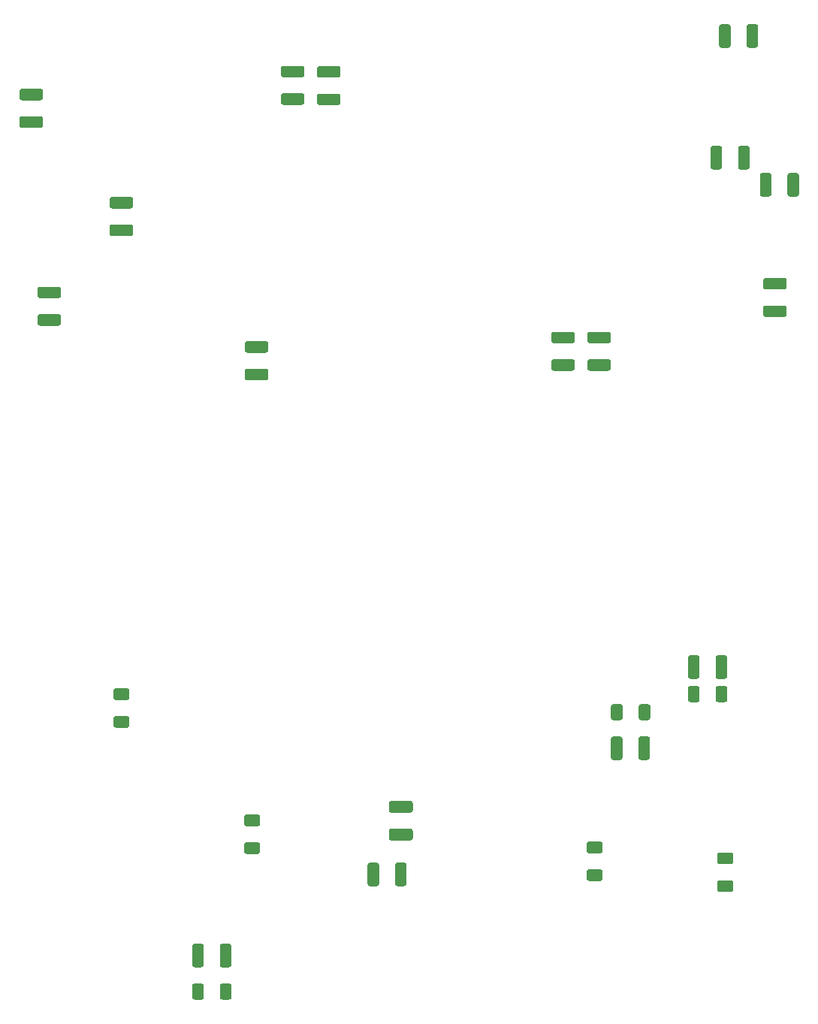
<source format=gbr>
%TF.GenerationSoftware,KiCad,Pcbnew,5.1.10*%
%TF.CreationDate,2021-08-29T20:37:59+02:00*%
%TF.ProjectId,lni-badge,6c6e692d-6261-4646-9765-2e6b69636164,rev?*%
%TF.SameCoordinates,Original*%
%TF.FileFunction,Paste,Bot*%
%TF.FilePolarity,Positive*%
%FSLAX46Y46*%
G04 Gerber Fmt 4.6, Leading zero omitted, Abs format (unit mm)*
G04 Created by KiCad (PCBNEW 5.1.10) date 2021-08-29 20:37:59*
%MOMM*%
%LPD*%
G01*
G04 APERTURE LIST*
G04 APERTURE END LIST*
%TO.C,R9*%
G36*
G01*
X151832999Y-74534000D02*
X153983001Y-74534000D01*
G75*
G02*
X154233000Y-74783999I0J-249999D01*
G01*
X154233000Y-75584001D01*
G75*
G02*
X153983001Y-75834000I-249999J0D01*
G01*
X151832999Y-75834000D01*
G75*
G02*
X151583000Y-75584001I0J249999D01*
G01*
X151583000Y-74783999D01*
G75*
G02*
X151832999Y-74534000I249999J0D01*
G01*
G37*
G36*
G01*
X151832999Y-71434000D02*
X153983001Y-71434000D01*
G75*
G02*
X154233000Y-71683999I0J-249999D01*
G01*
X154233000Y-72484001D01*
G75*
G02*
X153983001Y-72734000I-249999J0D01*
G01*
X151832999Y-72734000D01*
G75*
G02*
X151583000Y-72484001I0J249999D01*
G01*
X151583000Y-71683999D01*
G75*
G02*
X151832999Y-71434000I249999J0D01*
G01*
G37*
%TD*%
%TO.C,C8*%
G36*
G01*
X151749997Y-132002500D02*
X153050003Y-132002500D01*
G75*
G02*
X153300000Y-132252497I0J-249997D01*
G01*
X153300000Y-133077503D01*
G75*
G02*
X153050003Y-133327500I-249997J0D01*
G01*
X151749997Y-133327500D01*
G75*
G02*
X151500000Y-133077503I0J249997D01*
G01*
X151500000Y-132252497D01*
G75*
G02*
X151749997Y-132002500I249997J0D01*
G01*
G37*
G36*
G01*
X151749997Y-128877500D02*
X153050003Y-128877500D01*
G75*
G02*
X153300000Y-129127497I0J-249997D01*
G01*
X153300000Y-129952503D01*
G75*
G02*
X153050003Y-130202500I-249997J0D01*
G01*
X151749997Y-130202500D01*
G75*
G02*
X151500000Y-129952503I0J249997D01*
G01*
X151500000Y-129127497D01*
G75*
G02*
X151749997Y-128877500I249997J0D01*
G01*
G37*
%TD*%
%TO.C,R21*%
G36*
G01*
X171644999Y-68464000D02*
X173795001Y-68464000D01*
G75*
G02*
X174045000Y-68713999I0J-249999D01*
G01*
X174045000Y-69514001D01*
G75*
G02*
X173795001Y-69764000I-249999J0D01*
G01*
X171644999Y-69764000D01*
G75*
G02*
X171395000Y-69514001I0J249999D01*
G01*
X171395000Y-68713999D01*
G75*
G02*
X171644999Y-68464000I249999J0D01*
G01*
G37*
G36*
G01*
X171644999Y-65364000D02*
X173795001Y-65364000D01*
G75*
G02*
X174045000Y-65613999I0J-249999D01*
G01*
X174045000Y-66414001D01*
G75*
G02*
X173795001Y-66664000I-249999J0D01*
G01*
X171644999Y-66664000D01*
G75*
G02*
X171395000Y-66414001I0J249999D01*
G01*
X171395000Y-65613999D01*
G75*
G02*
X171644999Y-65364000I249999J0D01*
G01*
G37*
%TD*%
%TO.C,R19*%
G36*
G01*
X169530000Y-39175001D02*
X169530000Y-37024999D01*
G75*
G02*
X169779999Y-36775000I249999J0D01*
G01*
X170580001Y-36775000D01*
G75*
G02*
X170830000Y-37024999I0J-249999D01*
G01*
X170830000Y-39175001D01*
G75*
G02*
X170580001Y-39425000I-249999J0D01*
G01*
X169779999Y-39425000D01*
G75*
G02*
X169530000Y-39175001I0J249999D01*
G01*
G37*
G36*
G01*
X166430000Y-39175001D02*
X166430000Y-37024999D01*
G75*
G02*
X166679999Y-36775000I249999J0D01*
G01*
X167480001Y-36775000D01*
G75*
G02*
X167730000Y-37024999I0J-249999D01*
G01*
X167730000Y-39175001D01*
G75*
G02*
X167480001Y-39425000I-249999J0D01*
G01*
X166679999Y-39425000D01*
G75*
G02*
X166430000Y-39175001I0J249999D01*
G01*
G37*
%TD*%
%TO.C,R18*%
G36*
G01*
X174128000Y-55939001D02*
X174128000Y-53788999D01*
G75*
G02*
X174377999Y-53539000I249999J0D01*
G01*
X175178001Y-53539000D01*
G75*
G02*
X175428000Y-53788999I0J-249999D01*
G01*
X175428000Y-55939001D01*
G75*
G02*
X175178001Y-56189000I-249999J0D01*
G01*
X174377999Y-56189000D01*
G75*
G02*
X174128000Y-55939001I0J249999D01*
G01*
G37*
G36*
G01*
X171028000Y-55939001D02*
X171028000Y-53788999D01*
G75*
G02*
X171277999Y-53539000I249999J0D01*
G01*
X172078001Y-53539000D01*
G75*
G02*
X172328000Y-53788999I0J-249999D01*
G01*
X172328000Y-55939001D01*
G75*
G02*
X172078001Y-56189000I-249999J0D01*
G01*
X171277999Y-56189000D01*
G75*
G02*
X171028000Y-55939001I0J249999D01*
G01*
G37*
%TD*%
%TO.C,R17*%
G36*
G01*
X117288999Y-44562000D02*
X119439001Y-44562000D01*
G75*
G02*
X119689000Y-44811999I0J-249999D01*
G01*
X119689000Y-45612001D01*
G75*
G02*
X119439001Y-45862000I-249999J0D01*
G01*
X117288999Y-45862000D01*
G75*
G02*
X117039000Y-45612001I0J249999D01*
G01*
X117039000Y-44811999D01*
G75*
G02*
X117288999Y-44562000I249999J0D01*
G01*
G37*
G36*
G01*
X117288999Y-41462000D02*
X119439001Y-41462000D01*
G75*
G02*
X119689000Y-41711999I0J-249999D01*
G01*
X119689000Y-42512001D01*
G75*
G02*
X119439001Y-42762000I-249999J0D01*
G01*
X117288999Y-42762000D01*
G75*
G02*
X117039000Y-42512001I0J249999D01*
G01*
X117039000Y-41711999D01*
G75*
G02*
X117288999Y-41462000I249999J0D01*
G01*
G37*
%TD*%
%TO.C,R16*%
G36*
G01*
X121352999Y-44588000D02*
X123503001Y-44588000D01*
G75*
G02*
X123753000Y-44837999I0J-249999D01*
G01*
X123753000Y-45638001D01*
G75*
G02*
X123503001Y-45888000I-249999J0D01*
G01*
X121352999Y-45888000D01*
G75*
G02*
X121103000Y-45638001I0J249999D01*
G01*
X121103000Y-44837999D01*
G75*
G02*
X121352999Y-44588000I249999J0D01*
G01*
G37*
G36*
G01*
X121352999Y-41488000D02*
X123503001Y-41488000D01*
G75*
G02*
X123753000Y-41737999I0J-249999D01*
G01*
X123753000Y-42538001D01*
G75*
G02*
X123503001Y-42788000I-249999J0D01*
G01*
X121352999Y-42788000D01*
G75*
G02*
X121103000Y-42538001I0J249999D01*
G01*
X121103000Y-41737999D01*
G75*
G02*
X121352999Y-41488000I249999J0D01*
G01*
G37*
%TD*%
%TO.C,R14*%
G36*
G01*
X89856999Y-69454000D02*
X92007001Y-69454000D01*
G75*
G02*
X92257000Y-69703999I0J-249999D01*
G01*
X92257000Y-70504001D01*
G75*
G02*
X92007001Y-70754000I-249999J0D01*
G01*
X89856999Y-70754000D01*
G75*
G02*
X89607000Y-70504001I0J249999D01*
G01*
X89607000Y-69703999D01*
G75*
G02*
X89856999Y-69454000I249999J0D01*
G01*
G37*
G36*
G01*
X89856999Y-66354000D02*
X92007001Y-66354000D01*
G75*
G02*
X92257000Y-66603999I0J-249999D01*
G01*
X92257000Y-67404001D01*
G75*
G02*
X92007001Y-67654000I-249999J0D01*
G01*
X89856999Y-67654000D01*
G75*
G02*
X89607000Y-67404001I0J249999D01*
G01*
X89607000Y-66603999D01*
G75*
G02*
X89856999Y-66354000I249999J0D01*
G01*
G37*
%TD*%
%TO.C,R13*%
G36*
G01*
X166766000Y-50740999D02*
X166766000Y-52891001D01*
G75*
G02*
X166516001Y-53141000I-249999J0D01*
G01*
X165715999Y-53141000D01*
G75*
G02*
X165466000Y-52891001I0J249999D01*
G01*
X165466000Y-50740999D01*
G75*
G02*
X165715999Y-50491000I249999J0D01*
G01*
X166516001Y-50491000D01*
G75*
G02*
X166766000Y-50740999I0J-249999D01*
G01*
G37*
G36*
G01*
X169866000Y-50740999D02*
X169866000Y-52891001D01*
G75*
G02*
X169616001Y-53141000I-249999J0D01*
G01*
X168815999Y-53141000D01*
G75*
G02*
X168566000Y-52891001I0J249999D01*
G01*
X168566000Y-50740999D01*
G75*
G02*
X168815999Y-50491000I249999J0D01*
G01*
X169616001Y-50491000D01*
G75*
G02*
X169866000Y-50740999I0J-249999D01*
G01*
G37*
%TD*%
%TO.C,R11*%
G36*
G01*
X97984999Y-59346000D02*
X100135001Y-59346000D01*
G75*
G02*
X100385000Y-59595999I0J-249999D01*
G01*
X100385000Y-60396001D01*
G75*
G02*
X100135001Y-60646000I-249999J0D01*
G01*
X97984999Y-60646000D01*
G75*
G02*
X97735000Y-60396001I0J249999D01*
G01*
X97735000Y-59595999D01*
G75*
G02*
X97984999Y-59346000I249999J0D01*
G01*
G37*
G36*
G01*
X97984999Y-56246000D02*
X100135001Y-56246000D01*
G75*
G02*
X100385000Y-56495999I0J-249999D01*
G01*
X100385000Y-57296001D01*
G75*
G02*
X100135001Y-57546000I-249999J0D01*
G01*
X97984999Y-57546000D01*
G75*
G02*
X97735000Y-57296001I0J249999D01*
G01*
X97735000Y-56495999D01*
G75*
G02*
X97984999Y-56246000I249999J0D01*
G01*
G37*
%TD*%
%TO.C,R10*%
G36*
G01*
X89975001Y-45354000D02*
X87824999Y-45354000D01*
G75*
G02*
X87575000Y-45104001I0J249999D01*
G01*
X87575000Y-44303999D01*
G75*
G02*
X87824999Y-44054000I249999J0D01*
G01*
X89975001Y-44054000D01*
G75*
G02*
X90225000Y-44303999I0J-249999D01*
G01*
X90225000Y-45104001D01*
G75*
G02*
X89975001Y-45354000I-249999J0D01*
G01*
G37*
G36*
G01*
X89975001Y-48454000D02*
X87824999Y-48454000D01*
G75*
G02*
X87575000Y-48204001I0J249999D01*
G01*
X87575000Y-47403999D01*
G75*
G02*
X87824999Y-47154000I249999J0D01*
G01*
X89975001Y-47154000D01*
G75*
G02*
X90225000Y-47403999I0J-249999D01*
G01*
X90225000Y-48204001D01*
G75*
G02*
X89975001Y-48454000I-249999J0D01*
G01*
G37*
%TD*%
%TO.C,R8*%
G36*
G01*
X147768999Y-74534000D02*
X149919001Y-74534000D01*
G75*
G02*
X150169000Y-74783999I0J-249999D01*
G01*
X150169000Y-75584001D01*
G75*
G02*
X149919001Y-75834000I-249999J0D01*
G01*
X147768999Y-75834000D01*
G75*
G02*
X147519000Y-75584001I0J249999D01*
G01*
X147519000Y-74783999D01*
G75*
G02*
X147768999Y-74534000I249999J0D01*
G01*
G37*
G36*
G01*
X147768999Y-71434000D02*
X149919001Y-71434000D01*
G75*
G02*
X150169000Y-71683999I0J-249999D01*
G01*
X150169000Y-72484001D01*
G75*
G02*
X149919001Y-72734000I-249999J0D01*
G01*
X147768999Y-72734000D01*
G75*
G02*
X147519000Y-72484001I0J249999D01*
G01*
X147519000Y-71683999D01*
G75*
G02*
X147768999Y-71434000I249999J0D01*
G01*
G37*
%TD*%
%TO.C,R7*%
G36*
G01*
X113224999Y-75602000D02*
X115375001Y-75602000D01*
G75*
G02*
X115625000Y-75851999I0J-249999D01*
G01*
X115625000Y-76652001D01*
G75*
G02*
X115375001Y-76902000I-249999J0D01*
G01*
X113224999Y-76902000D01*
G75*
G02*
X112975000Y-76652001I0J249999D01*
G01*
X112975000Y-75851999D01*
G75*
G02*
X113224999Y-75602000I249999J0D01*
G01*
G37*
G36*
G01*
X113224999Y-72502000D02*
X115375001Y-72502000D01*
G75*
G02*
X115625000Y-72751999I0J-249999D01*
G01*
X115625000Y-73552001D01*
G75*
G02*
X115375001Y-73802000I-249999J0D01*
G01*
X113224999Y-73802000D01*
G75*
G02*
X112975000Y-73552001I0J249999D01*
G01*
X112975000Y-72751999D01*
G75*
G02*
X113224999Y-72502000I249999J0D01*
G01*
G37*
%TD*%
%TO.C,R5*%
G36*
G01*
X157338000Y-119439001D02*
X157338000Y-117288999D01*
G75*
G02*
X157587999Y-117039000I249999J0D01*
G01*
X158388001Y-117039000D01*
G75*
G02*
X158638000Y-117288999I0J-249999D01*
G01*
X158638000Y-119439001D01*
G75*
G02*
X158388001Y-119689000I-249999J0D01*
G01*
X157587999Y-119689000D01*
G75*
G02*
X157338000Y-119439001I0J249999D01*
G01*
G37*
G36*
G01*
X154238000Y-119439001D02*
X154238000Y-117288999D01*
G75*
G02*
X154487999Y-117039000I249999J0D01*
G01*
X155288001Y-117039000D01*
G75*
G02*
X155538000Y-117288999I0J-249999D01*
G01*
X155538000Y-119439001D01*
G75*
G02*
X155288001Y-119689000I-249999J0D01*
G01*
X154487999Y-119689000D01*
G75*
G02*
X154238000Y-119439001I0J249999D01*
G01*
G37*
%TD*%
%TO.C,R4*%
G36*
G01*
X166026000Y-110295001D02*
X166026000Y-108144999D01*
G75*
G02*
X166275999Y-107895000I249999J0D01*
G01*
X167076001Y-107895000D01*
G75*
G02*
X167326000Y-108144999I0J-249999D01*
G01*
X167326000Y-110295001D01*
G75*
G02*
X167076001Y-110545000I-249999J0D01*
G01*
X166275999Y-110545000D01*
G75*
G02*
X166026000Y-110295001I0J249999D01*
G01*
G37*
G36*
G01*
X162926000Y-110295001D02*
X162926000Y-108144999D01*
G75*
G02*
X163175999Y-107895000I249999J0D01*
G01*
X163976001Y-107895000D01*
G75*
G02*
X164226000Y-108144999I0J-249999D01*
G01*
X164226000Y-110295001D01*
G75*
G02*
X163976001Y-110545000I-249999J0D01*
G01*
X163175999Y-110545000D01*
G75*
G02*
X162926000Y-110295001I0J249999D01*
G01*
G37*
%TD*%
%TO.C,R2*%
G36*
G01*
X128106000Y-131512999D02*
X128106000Y-133663001D01*
G75*
G02*
X127856001Y-133913000I-249999J0D01*
G01*
X127055999Y-133913000D01*
G75*
G02*
X126806000Y-133663001I0J249999D01*
G01*
X126806000Y-131512999D01*
G75*
G02*
X127055999Y-131263000I249999J0D01*
G01*
X127856001Y-131263000D01*
G75*
G02*
X128106000Y-131512999I0J-249999D01*
G01*
G37*
G36*
G01*
X131206000Y-131512999D02*
X131206000Y-133663001D01*
G75*
G02*
X130956001Y-133913000I-249999J0D01*
G01*
X130155999Y-133913000D01*
G75*
G02*
X129906000Y-133663001I0J249999D01*
G01*
X129906000Y-131512999D01*
G75*
G02*
X130155999Y-131263000I249999J0D01*
G01*
X130956001Y-131263000D01*
G75*
G02*
X131206000Y-131512999I0J-249999D01*
G01*
G37*
%TD*%
%TO.C,R1*%
G36*
G01*
X108346000Y-140656999D02*
X108346000Y-142807001D01*
G75*
G02*
X108096001Y-143057000I-249999J0D01*
G01*
X107295999Y-143057000D01*
G75*
G02*
X107046000Y-142807001I0J249999D01*
G01*
X107046000Y-140656999D01*
G75*
G02*
X107295999Y-140407000I249999J0D01*
G01*
X108096001Y-140407000D01*
G75*
G02*
X108346000Y-140656999I0J-249999D01*
G01*
G37*
G36*
G01*
X111446000Y-140656999D02*
X111446000Y-142807001D01*
G75*
G02*
X111196001Y-143057000I-249999J0D01*
G01*
X110395999Y-143057000D01*
G75*
G02*
X110146000Y-142807001I0J249999D01*
G01*
X110146000Y-140656999D01*
G75*
G02*
X110395999Y-140407000I249999J0D01*
G01*
X111196001Y-140407000D01*
G75*
G02*
X111446000Y-140656999I0J-249999D01*
G01*
G37*
%TD*%
%TO.C,C9*%
G36*
G01*
X167782003Y-131434000D02*
X166481997Y-131434000D01*
G75*
G02*
X166232000Y-131184003I0J249997D01*
G01*
X166232000Y-130358997D01*
G75*
G02*
X166481997Y-130109000I249997J0D01*
G01*
X167782003Y-130109000D01*
G75*
G02*
X168032000Y-130358997I0J-249997D01*
G01*
X168032000Y-131184003D01*
G75*
G02*
X167782003Y-131434000I-249997J0D01*
G01*
G37*
G36*
G01*
X167782003Y-134559000D02*
X166481997Y-134559000D01*
G75*
G02*
X166232000Y-134309003I0J249997D01*
G01*
X166232000Y-133483997D01*
G75*
G02*
X166481997Y-133234000I249997J0D01*
G01*
X167782003Y-133234000D01*
G75*
G02*
X168032000Y-133483997I0J-249997D01*
G01*
X168032000Y-134309003D01*
G75*
G02*
X167782003Y-134559000I-249997J0D01*
G01*
G37*
%TD*%
%TO.C,C7*%
G36*
G01*
X157364000Y-114950003D02*
X157364000Y-113649997D01*
G75*
G02*
X157613997Y-113400000I249997J0D01*
G01*
X158439003Y-113400000D01*
G75*
G02*
X158689000Y-113649997I0J-249997D01*
G01*
X158689000Y-114950003D01*
G75*
G02*
X158439003Y-115200000I-249997J0D01*
G01*
X157613997Y-115200000D01*
G75*
G02*
X157364000Y-114950003I0J249997D01*
G01*
G37*
G36*
G01*
X154239000Y-114950003D02*
X154239000Y-113649997D01*
G75*
G02*
X154488997Y-113400000I249997J0D01*
G01*
X155314003Y-113400000D01*
G75*
G02*
X155564000Y-113649997I0J-249997D01*
G01*
X155564000Y-114950003D01*
G75*
G02*
X155314003Y-115200000I-249997J0D01*
G01*
X154488997Y-115200000D01*
G75*
G02*
X154239000Y-114950003I0J249997D01*
G01*
G37*
%TD*%
%TO.C,C6*%
G36*
G01*
X99710003Y-112930500D02*
X98409997Y-112930500D01*
G75*
G02*
X98160000Y-112680503I0J249997D01*
G01*
X98160000Y-111855497D01*
G75*
G02*
X98409997Y-111605500I249997J0D01*
G01*
X99710003Y-111605500D01*
G75*
G02*
X99960000Y-111855497I0J-249997D01*
G01*
X99960000Y-112680503D01*
G75*
G02*
X99710003Y-112930500I-249997J0D01*
G01*
G37*
G36*
G01*
X99710003Y-116055500D02*
X98409997Y-116055500D01*
G75*
G02*
X98160000Y-115805503I0J249997D01*
G01*
X98160000Y-114980497D01*
G75*
G02*
X98409997Y-114730500I249997J0D01*
G01*
X99710003Y-114730500D01*
G75*
G02*
X99960000Y-114980497I0J-249997D01*
G01*
X99960000Y-115805503D01*
G75*
G02*
X99710003Y-116055500I-249997J0D01*
G01*
G37*
%TD*%
%TO.C,C5*%
G36*
G01*
X114442003Y-127154500D02*
X113141997Y-127154500D01*
G75*
G02*
X112892000Y-126904503I0J249997D01*
G01*
X112892000Y-126079497D01*
G75*
G02*
X113141997Y-125829500I249997J0D01*
G01*
X114442003Y-125829500D01*
G75*
G02*
X114692000Y-126079497I0J-249997D01*
G01*
X114692000Y-126904503D01*
G75*
G02*
X114442003Y-127154500I-249997J0D01*
G01*
G37*
G36*
G01*
X114442003Y-130279500D02*
X113141997Y-130279500D01*
G75*
G02*
X112892000Y-130029503I0J249997D01*
G01*
X112892000Y-129204497D01*
G75*
G02*
X113141997Y-128954500I249997J0D01*
G01*
X114442003Y-128954500D01*
G75*
G02*
X114692000Y-129204497I0J-249997D01*
G01*
X114692000Y-130029503D01*
G75*
G02*
X114442003Y-130279500I-249997J0D01*
G01*
G37*
%TD*%
%TO.C,C4*%
G36*
G01*
X166038500Y-112918003D02*
X166038500Y-111617997D01*
G75*
G02*
X166288497Y-111368000I249997J0D01*
G01*
X167113503Y-111368000D01*
G75*
G02*
X167363500Y-111617997I0J-249997D01*
G01*
X167363500Y-112918003D01*
G75*
G02*
X167113503Y-113168000I-249997J0D01*
G01*
X166288497Y-113168000D01*
G75*
G02*
X166038500Y-112918003I0J249997D01*
G01*
G37*
G36*
G01*
X162913500Y-112918003D02*
X162913500Y-111617997D01*
G75*
G02*
X163163497Y-111368000I249997J0D01*
G01*
X163988503Y-111368000D01*
G75*
G02*
X164238500Y-111617997I0J-249997D01*
G01*
X164238500Y-112918003D01*
G75*
G02*
X163988503Y-113168000I-249997J0D01*
G01*
X163163497Y-113168000D01*
G75*
G02*
X162913500Y-112918003I0J249997D01*
G01*
G37*
%TD*%
%TO.C,C2*%
G36*
G01*
X131656003Y-125630500D02*
X129455997Y-125630500D01*
G75*
G02*
X129206000Y-125380503I0J249997D01*
G01*
X129206000Y-124555497D01*
G75*
G02*
X129455997Y-124305500I249997J0D01*
G01*
X131656003Y-124305500D01*
G75*
G02*
X131906000Y-124555497I0J-249997D01*
G01*
X131906000Y-125380503D01*
G75*
G02*
X131656003Y-125630500I-249997J0D01*
G01*
G37*
G36*
G01*
X131656003Y-128755500D02*
X129455997Y-128755500D01*
G75*
G02*
X129206000Y-128505503I0J249997D01*
G01*
X129206000Y-127680497D01*
G75*
G02*
X129455997Y-127430500I249997J0D01*
G01*
X131656003Y-127430500D01*
G75*
G02*
X131906000Y-127680497I0J-249997D01*
G01*
X131906000Y-128505503D01*
G75*
G02*
X131656003Y-128755500I-249997J0D01*
G01*
G37*
%TD*%
%TO.C,C1*%
G36*
G01*
X108358500Y-145145997D02*
X108358500Y-146446003D01*
G75*
G02*
X108108503Y-146696000I-249997J0D01*
G01*
X107283497Y-146696000D01*
G75*
G02*
X107033500Y-146446003I0J249997D01*
G01*
X107033500Y-145145997D01*
G75*
G02*
X107283497Y-144896000I249997J0D01*
G01*
X108108503Y-144896000D01*
G75*
G02*
X108358500Y-145145997I0J-249997D01*
G01*
G37*
G36*
G01*
X111483500Y-145145997D02*
X111483500Y-146446003D01*
G75*
G02*
X111233503Y-146696000I-249997J0D01*
G01*
X110408497Y-146696000D01*
G75*
G02*
X110158500Y-146446003I0J249997D01*
G01*
X110158500Y-145145997D01*
G75*
G02*
X110408497Y-144896000I249997J0D01*
G01*
X111233503Y-144896000D01*
G75*
G02*
X111483500Y-145145997I0J-249997D01*
G01*
G37*
%TD*%
M02*

</source>
